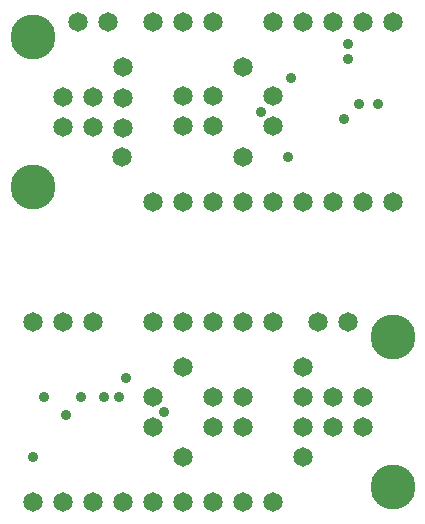
<source format=gbs>
G04 Bottom Solder Mask*
%FSLAX23Y23*%
%MOIN*%
G01*
%ADD10C,0.010*%
%ADD11C,0.015*%
%ADD12C,0.035*%
%ADD13C,0.065*%
%ADD14C,0.150*%
D10*
D11*
D12*
X2638Y2475D03*
X2688Y2525D03*
X2450Y2350D03*
X2650Y2725D03*
X2650Y2675D03*
X2750Y2525D03*
X2462Y2612D03*
X1600Y1350D03*
X1712Y1488D03*
X1762Y1550D03*
X1638Y1550D03*
X2362Y2500D03*
X1838Y1550D03*
X1888Y1550D03*
X1912Y1612D03*
X2037Y1500D03*
D13*
X1700Y2550D03*
X1700Y2450D03*
X1800Y2450D03*
X1800Y2550D03*
X2000Y2200D03*
X2100Y2200D03*
X2200Y2200D03*
X2300Y2200D03*
X2400Y2200D03*
X2500Y2200D03*
X2600Y2200D03*
X2700Y2200D03*
X2000Y2800D03*
X2100Y2800D03*
X2200Y2800D03*
X2400Y2800D03*
X2500Y2800D03*
X2600Y2800D03*
X2700Y2800D03*
X2100Y2451D03*
X1900Y2447D03*
X1900Y2547D03*
X2100Y2551D03*
X2800Y2800D03*
X2800Y2200D03*
X1900Y2650D03*
X2300Y2650D03*
X1899Y2350D03*
X2301Y2350D03*
X2200Y2451D03*
X2200Y2551D03*
X2400Y2551D03*
X2400Y2451D03*
X1750Y2800D03*
X1850Y2800D03*
X2700Y1450D03*
X2700Y1550D03*
X2600Y1550D03*
X2600Y1450D03*
X2650Y1800D03*
X2550Y1800D03*
X2400Y1800D03*
X2300Y1800D03*
X2200Y1800D03*
X2100Y1800D03*
X2000Y1800D03*
X1800Y1800D03*
X1700Y1800D03*
X1600Y1800D03*
X1600Y1200D03*
X1700Y1200D03*
X1800Y1200D03*
X1900Y1200D03*
X2000Y1200D03*
X2100Y1200D03*
X2200Y1200D03*
X2300Y1200D03*
X2400Y1200D03*
X2300Y1450D03*
X2500Y1450D03*
X2500Y1550D03*
X2300Y1550D03*
X2000Y1450D03*
X2200Y1450D03*
X2200Y1550D03*
X2000Y1550D03*
X2100Y1350D03*
X2500Y1350D03*
X2500Y1650D03*
X2100Y1650D03*
D14*
X1600Y2250D03*
X1600Y2750D03*
X2800Y1750D03*
X2800Y1250D03*
M02*

</source>
